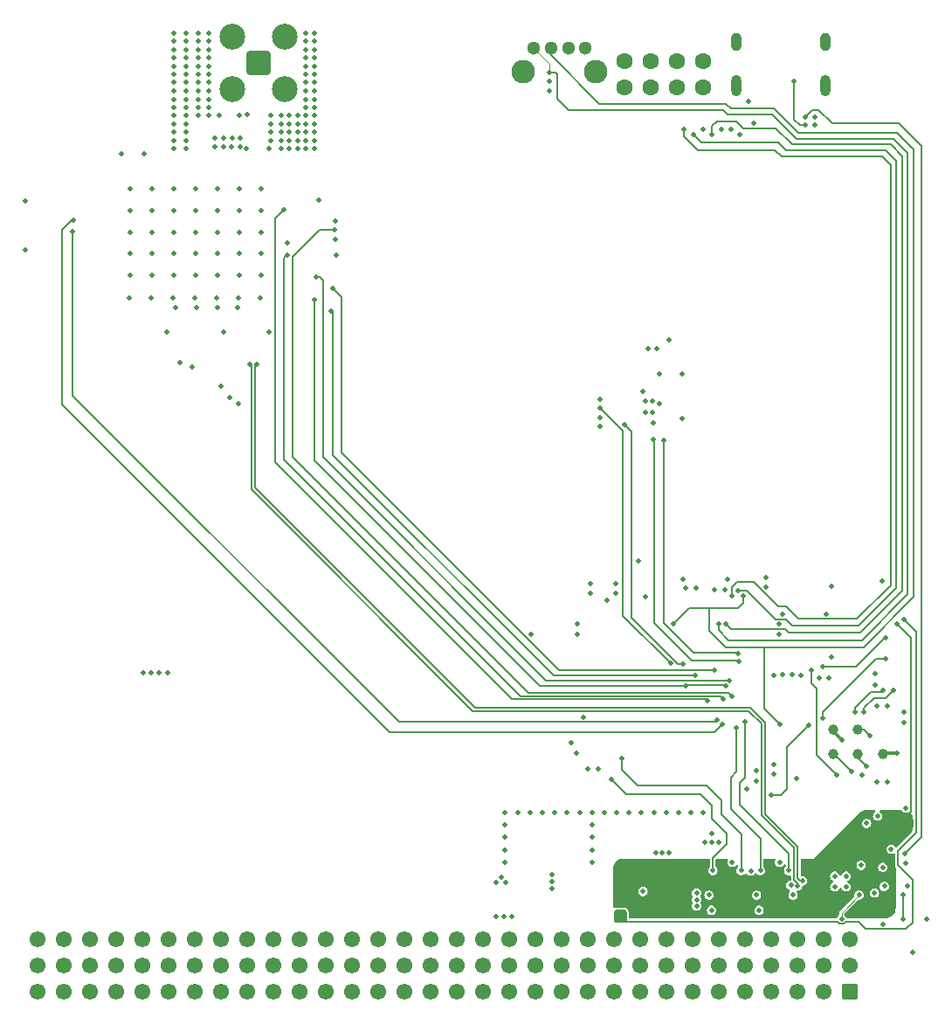
<source format=gbr>
%TF.GenerationSoftware,KiCad,Pcbnew,8.0.8-8.0.8-0~ubuntu22.04.1*%
%TF.CreationDate,2025-02-20T05:00:27+01:00*%
%TF.ProjectId,nav-module,6e61762d-6d6f-4647-956c-652e6b696361,1.0.0*%
%TF.SameCoordinates,Original*%
%TF.FileFunction,Copper,L4,Bot*%
%TF.FilePolarity,Positive*%
%FSLAX46Y46*%
G04 Gerber Fmt 4.6, Leading zero omitted, Abs format (unit mm)*
G04 Created by KiCad (PCBNEW 8.0.8-8.0.8-0~ubuntu22.04.1) date 2025-02-20 05:00:27*
%MOMM*%
%LPD*%
G01*
G04 APERTURE LIST*
G04 Aperture macros list*
%AMRoundRect*
0 Rectangle with rounded corners*
0 $1 Rounding radius*
0 $2 $3 $4 $5 $6 $7 $8 $9 X,Y pos of 4 corners*
0 Add a 4 corners polygon primitive as box body*
4,1,4,$2,$3,$4,$5,$6,$7,$8,$9,$2,$3,0*
0 Add four circle primitives for the rounded corners*
1,1,$1+$1,$2,$3*
1,1,$1+$1,$4,$5*
1,1,$1+$1,$6,$7*
1,1,$1+$1,$8,$9*
0 Add four rect primitives between the rounded corners*
20,1,$1+$1,$2,$3,$4,$5,0*
20,1,$1+$1,$4,$5,$6,$7,0*
20,1,$1+$1,$6,$7,$8,$9,0*
20,1,$1+$1,$8,$9,$2,$3,0*%
G04 Aperture macros list end*
%TA.AperFunction,ComponentPad*%
%ADD10C,1.600000*%
%TD*%
%TA.AperFunction,ComponentPad*%
%ADD11RoundRect,0.200100X-0.949900X-0.949900X0.949900X-0.949900X0.949900X0.949900X-0.949900X0.949900X0*%
%TD*%
%TA.AperFunction,ComponentPad*%
%ADD12C,2.500000*%
%TD*%
%TA.AperFunction,ComponentPad*%
%ADD13O,1.000000X2.100000*%
%TD*%
%TA.AperFunction,ComponentPad*%
%ADD14O,1.000000X1.800000*%
%TD*%
%TA.AperFunction,ComponentPad*%
%ADD15RoundRect,0.249999X0.525001X0.525001X-0.525001X0.525001X-0.525001X-0.525001X0.525001X-0.525001X0*%
%TD*%
%TA.AperFunction,ComponentPad*%
%ADD16C,1.550000*%
%TD*%
%TA.AperFunction,ComponentPad*%
%ADD17C,1.300000*%
%TD*%
%TA.AperFunction,ComponentPad*%
%ADD18C,2.286000*%
%TD*%
%TA.AperFunction,SMDPad,CuDef*%
%ADD19C,1.000000*%
%TD*%
%TA.AperFunction,ViaPad*%
%ADD20C,0.500000*%
%TD*%
%TA.AperFunction,Conductor*%
%ADD21C,0.300000*%
%TD*%
%TA.AperFunction,Conductor*%
%ADD22C,0.200000*%
%TD*%
%TA.AperFunction,Conductor*%
%ADD23C,0.150000*%
%TD*%
%TA.AperFunction,Conductor*%
%ADD24C,0.100000*%
%TD*%
%TA.AperFunction,Conductor*%
%ADD25C,0.180000*%
%TD*%
G04 APERTURE END LIST*
D10*
%TO.P,LED300,1*%
%TO.N,Net-(LED300-Pad1)*%
X67493600Y95500001D03*
%TO.P,LED300,2*%
%TO.N,GND*%
X70033600Y95500001D03*
%TO.P,LED300,3*%
%TO.N,Net-(LED300-Pad3)*%
X67493600Y92960001D03*
%TO.P,LED300,4*%
%TO.N,GND*%
X70033600Y92960001D03*
%TD*%
D11*
%TO.P,J400,1,In*%
%TO.N,/GPS-RTK/RF_IN*%
X31980000Y95270000D03*
D12*
%TO.P,J400,2,Ext*%
%TO.N,GND*%
X29440000Y97810000D03*
X29440000Y92730000D03*
X34520000Y97810000D03*
X34520000Y92730000D03*
%TD*%
D13*
%TO.P,J800,S1,SHIELD*%
%TO.N,Net-(J800-SHIELD)*%
X87000000Y93145001D03*
D14*
X87000000Y97325001D03*
D13*
X78360000Y93145001D03*
D14*
X78360000Y97325001D03*
%TD*%
D15*
%TO.P,J200,a1,a1*%
%TO.N,GND*%
X89370000Y5310001D03*
D16*
%TO.P,J200,a2,a2*%
%TO.N,/Backplane/BACKPLANE.D+*%
X86830000Y5310001D03*
%TO.P,J200,a3,a3*%
%TO.N,+5V_STDBY*%
X84290000Y5310001D03*
%TO.P,J200,a4,a4*%
%TO.N,GND*%
X81750000Y5310001D03*
%TO.P,J200,a5,a5*%
%TO.N,/Backplane/CAN1.+*%
X79210000Y5310001D03*
%TO.P,J200,a6,a6*%
%TO.N,/Backplane/CAN1.-*%
X76670000Y5310001D03*
%TO.P,J200,a7,a7*%
%TO.N,GND*%
X74130000Y5310001D03*
%TO.P,J200,a8,a8*%
%TO.N,/Backplane/CAN2.+*%
X71590000Y5310001D03*
%TO.P,J200,a9,a9*%
%TO.N,/Backplane/CAN2.-*%
X69050000Y5310001D03*
%TO.P,J200,a10,a10*%
%TO.N,GND*%
X66510000Y5310001D03*
%TO.P,J200,a11,a11*%
%TO.N,+12V*%
X63970000Y5310001D03*
%TO.P,J200,a12,a12*%
X61430000Y5310001D03*
%TO.P,J200,a13,a13*%
%TO.N,GND*%
X58890000Y5310001D03*
%TO.P,J200,a14,a14*%
%TO.N,+24V*%
X56350000Y5310001D03*
%TO.P,J200,a15,a15*%
%TO.N,GND*%
X53810000Y5310001D03*
%TO.P,J200,a16,a16*%
%TO.N,/Backplane/GPIOL0*%
X51270000Y5310001D03*
%TO.P,J200,a17,a17*%
%TO.N,/Backplane/GPIOL1*%
X48730000Y5310001D03*
%TO.P,J200,a18,a18*%
%TO.N,/Backplane/GPIOL2*%
X46190000Y5310001D03*
%TO.P,J200,a19,a19*%
%TO.N,/Backplane/GPIOL3*%
X43650000Y5310001D03*
%TO.P,J200,a20,a20*%
%TO.N,/Backplane/GPIOL4*%
X41110000Y5310001D03*
%TO.P,J200,a21,a21*%
%TO.N,/Backplane/GPIOL5*%
X38570000Y5310001D03*
%TO.P,J200,a22,a22*%
%TO.N,/Backplane/GPIOL6*%
X36030000Y5310001D03*
%TO.P,J200,a23,a23*%
%TO.N,/Backplane/GPIOL7*%
X33490000Y5310001D03*
%TO.P,J200,a24,a24*%
%TO.N,/Backplane/GPIOL8*%
X30950000Y5310001D03*
%TO.P,J200,a25,a25*%
%TO.N,/Backplane/GPIOL9*%
X28410000Y5310001D03*
%TO.P,J200,a26,a26*%
%TO.N,/Backplane/GPIOL10*%
X25870000Y5310001D03*
%TO.P,J200,a27,a27*%
%TO.N,/Backplane/GPIOL11*%
X23330000Y5310001D03*
%TO.P,J200,a28,a28*%
%TO.N,/Backplane/GPIOL12*%
X20790000Y5310001D03*
%TO.P,J200,a29,a29*%
%TO.N,/Backplane/GPIOL13*%
X18250000Y5310001D03*
%TO.P,J200,a30,a30*%
%TO.N,/Backplane/GPIOL14*%
X15710000Y5310001D03*
%TO.P,J200,a31,a31*%
%TO.N,/Backplane/GPIOL15*%
X13170000Y5310001D03*
%TO.P,J200,a32,a32*%
%TO.N,GND*%
X10630000Y5310001D03*
%TO.P,J200,b1,b1*%
X89370000Y7850001D03*
%TO.P,J200,b2,b2*%
X86830000Y7850001D03*
%TO.P,J200,b3,b3*%
%TO.N,+5V_STDBY*%
X84290000Y7850001D03*
%TO.P,J200,b4,b4*%
%TO.N,GND*%
X81750000Y7850001D03*
%TO.P,J200,b5,b5*%
%TO.N,/Backplane/CAN1.+*%
X79210000Y7850001D03*
%TO.P,J200,b6,b6*%
%TO.N,/Backplane/CAN1.-*%
X76670000Y7850001D03*
%TO.P,J200,b7,b7*%
%TO.N,GND*%
X74130000Y7850001D03*
%TO.P,J200,b8,b8*%
%TO.N,/Backplane/CAN2.+*%
X71590000Y7850001D03*
%TO.P,J200,b9,b9*%
%TO.N,/Backplane/CAN2.-*%
X69050000Y7850001D03*
%TO.P,J200,b10,b10*%
%TO.N,GND*%
X66510000Y7850001D03*
%TO.P,J200,b11,b11*%
%TO.N,+12V*%
X63970000Y7850001D03*
%TO.P,J200,b12,b12*%
X61430000Y7850001D03*
%TO.P,J200,b13,b13*%
%TO.N,GND*%
X58890000Y7850001D03*
%TO.P,J200,b14,b14*%
%TO.N,+24V*%
X56350000Y7850001D03*
%TO.P,J200,b15,b15*%
%TO.N,GND*%
X53810000Y7850001D03*
%TO.P,J200,b16,b16*%
%TO.N,/Backplane/GPIOC0*%
X51270000Y7850001D03*
%TO.P,J200,b17,b17*%
%TO.N,/Backplane/GPIOC1*%
X48730000Y7850001D03*
%TO.P,J200,b18,b18*%
%TO.N,/Backplane/GPIOC2*%
X46190000Y7850001D03*
%TO.P,J200,b19,b19*%
%TO.N,/Backplane/GPIOC3*%
X43650000Y7850001D03*
%TO.P,J200,b20,b20*%
%TO.N,/Backplane/GPIOC4*%
X41110000Y7850001D03*
%TO.P,J200,b21,b21*%
%TO.N,/Backplane/GPIOC5*%
X38570000Y7850001D03*
%TO.P,J200,b22,b22*%
%TO.N,/Backplane/GPIOC6*%
X36030000Y7850001D03*
%TO.P,J200,b23,b23*%
%TO.N,/Backplane/GPIOC7*%
X33490000Y7850001D03*
%TO.P,J200,b24,b24*%
%TO.N,/Backplane/GPIOC8*%
X30950000Y7850001D03*
%TO.P,J200,b25,b25*%
%TO.N,/Backplane/GPIOC9*%
X28410000Y7850001D03*
%TO.P,J200,b26,b26*%
%TO.N,/Backplane/GPIOC10*%
X25870000Y7850001D03*
%TO.P,J200,b27,b27*%
%TO.N,/Backplane/GPIOC11*%
X23330000Y7850001D03*
%TO.P,J200,b28,b28*%
%TO.N,/Backplane/GPIOC12*%
X20790000Y7850001D03*
%TO.P,J200,b29,b29*%
%TO.N,/Backplane/GPIOC13*%
X18250000Y7850001D03*
%TO.P,J200,b30,b30*%
%TO.N,/Backplane/GPIOC14*%
X15710000Y7850001D03*
%TO.P,J200,b31,b31*%
%TO.N,/Backplane/GPIOC15*%
X13170000Y7850001D03*
%TO.P,J200,b32,b32*%
%TO.N,GND*%
X10630000Y7850001D03*
%TO.P,J200,c1,c1*%
X89370000Y10390001D03*
%TO.P,J200,c2,c2*%
%TO.N,/Backplane/BACKPLANE.D-*%
X86830000Y10390001D03*
%TO.P,J200,c3,c3*%
%TO.N,+5V_STDBY*%
X84290000Y10390001D03*
%TO.P,J200,c4,c4*%
%TO.N,GND*%
X81750000Y10390001D03*
%TO.P,J200,c5,c5*%
%TO.N,/Backplane/CAN1.+*%
X79210000Y10390001D03*
%TO.P,J200,c6,c6*%
%TO.N,/Backplane/CAN1.-*%
X76670000Y10390001D03*
%TO.P,J200,c7,c7*%
%TO.N,GND*%
X74130000Y10390001D03*
%TO.P,J200,c8,c8*%
%TO.N,/Backplane/CAN2.+*%
X71590000Y10390001D03*
%TO.P,J200,c9,c9*%
%TO.N,/Backplane/CAN2.-*%
X69050000Y10390001D03*
%TO.P,J200,c10,c10*%
%TO.N,GND*%
X66510000Y10390001D03*
%TO.P,J200,c11,c11*%
%TO.N,+12V*%
X63970000Y10390001D03*
%TO.P,J200,c12,c12*%
X61430000Y10390001D03*
%TO.P,J200,c13,c13*%
%TO.N,GND*%
X58890000Y10390001D03*
%TO.P,J200,c14,c14*%
%TO.N,+24V*%
X56350000Y10390001D03*
%TO.P,J200,c15,c15*%
%TO.N,GND*%
X53810000Y10390001D03*
%TO.P,J200,c16,c16*%
%TO.N,/Backplane/GPIOR0*%
X51270000Y10390001D03*
%TO.P,J200,c17,c17*%
%TO.N,/Backplane/GPIOR1*%
X48730000Y10390001D03*
%TO.P,J200,c18,c18*%
%TO.N,/Backplane/GPIOR2*%
X46190000Y10390001D03*
%TO.P,J200,c19,c19*%
%TO.N,/Backplane/GPIOR3*%
X43650000Y10390001D03*
%TO.P,J200,c20,c20*%
%TO.N,/Backplane/GPIOR4*%
X41110000Y10390001D03*
%TO.P,J200,c21,c21*%
%TO.N,/Backplane/GPIOR5*%
X38570000Y10390001D03*
%TO.P,J200,c22,c22*%
%TO.N,/Backplane/GPIOR6*%
X36030000Y10390001D03*
%TO.P,J200,c23,c23*%
%TO.N,/Backplane/GPIOR7*%
X33490000Y10390001D03*
%TO.P,J200,c24,c24*%
%TO.N,/Backplane/GPIOR8*%
X30950000Y10390001D03*
%TO.P,J200,c25,c25*%
%TO.N,/Backplane/GPIOR9*%
X28410000Y10390001D03*
%TO.P,J200,c26,c26*%
%TO.N,/Backplane/GPIOR10*%
X25870000Y10390001D03*
%TO.P,J200,c27,c27*%
%TO.N,/Backplane/GPIOR11*%
X23330000Y10390001D03*
%TO.P,J200,c28,c28*%
%TO.N,/Backplane/GPIOR12*%
X20790000Y10390001D03*
%TO.P,J200,c29,c29*%
%TO.N,/Backplane/GPIOR13*%
X18250000Y10390001D03*
%TO.P,J200,c30,c30*%
%TO.N,/Backplane/GPIOR14*%
X15710000Y10390001D03*
%TO.P,J200,c31,c31*%
%TO.N,/Backplane/GPIOR15*%
X13170000Y10390001D03*
%TO.P,J200,c32,c32*%
%TO.N,GND*%
X10630000Y10390001D03*
%TD*%
D17*
%TO.P,SW400,1*%
%TO.N,GND*%
X63710000Y96710001D03*
%TO.P,SW400,2*%
X62080000Y96710001D03*
%TO.P,SW400,3*%
%TO.N,/MCU/SWD.~{RST}*%
X60340000Y96710001D03*
%TO.P,SW400,4*%
%TO.N,/MCU/USR_BUTTON*%
X58710000Y96710001D03*
D18*
%TO.P,SW400,5*%
%TO.N,N/C*%
X64710000Y94460001D03*
%TO.P,SW400,6*%
X57710000Y94460001D03*
%TD*%
D10*
%TO.P,LED301,1*%
%TO.N,Net-(LED301-Pad1)*%
X72543600Y95500001D03*
%TO.P,LED301,2*%
%TO.N,GND*%
X75083600Y95500001D03*
%TO.P,LED301,3*%
%TO.N,Net-(LED301-Pad3)*%
X72543600Y92960001D03*
%TO.P,LED301,4*%
%TO.N,GND*%
X75083600Y92960001D03*
%TD*%
D19*
%TO.P,TP704,1,1*%
%TO.N,/ST-LINK/DIO*%
X87730000Y28310001D03*
%TD*%
%TO.P,TP706,1,1*%
%TO.N,GND*%
X92530000Y28310001D03*
%TD*%
%TO.P,TP703,1,1*%
%TO.N,/ST-LINK/STLINK-BOOT0*%
X90130000Y30710000D03*
%TD*%
%TO.P,TP702,1,1*%
%TO.N,+3V3*%
X87730000Y30700000D03*
%TD*%
%TO.P,TP705,1,1*%
%TO.N,/ST-LINK/CLK*%
X90130000Y28310001D03*
%TD*%
D20*
%TO.N,+3V3*%
X75930000Y13210001D03*
X39460001Y78210000D03*
X60228400Y92600000D03*
X91980000Y25660001D03*
X81955000Y35960001D03*
X69800000Y67599999D03*
X70200000Y62499999D03*
X64955000Y26885001D03*
X81220000Y44520001D03*
X75980000Y19785001D03*
X92680000Y15510001D03*
X92430000Y45110001D03*
X92030000Y22310001D03*
X94580000Y32362501D03*
X75280000Y19785001D03*
X75980000Y20660001D03*
X62905000Y39935001D03*
X81980000Y26357501D03*
X69500000Y61399999D03*
X88530000Y29710001D03*
X82505000Y40935001D03*
X65830000Y43210001D03*
X70200001Y61400000D03*
X86330000Y35710001D03*
X91980000Y33010001D03*
X84630000Y35985001D03*
X26000000Y71600000D03*
X82855000Y41910001D03*
X76205000Y44235001D03*
X62330000Y29460001D03*
X24000000Y71600000D03*
X30000000Y71600000D03*
X69500000Y62500000D03*
X28000000Y71600000D03*
X80530000Y13210001D03*
X30100000Y62300000D03*
X39560000Y76710000D03*
X76655000Y19785001D03*
X73455000Y44410001D03*
X80255000Y26685001D03*
X75080000Y88910001D03*
X65100000Y60900000D03*
%TO.N,GND*%
X66680000Y43910001D03*
X26200000Y91770318D03*
X36600000Y94200000D03*
X30143330Y76810000D03*
X69555000Y43585001D03*
X27800000Y88000000D03*
X60228400Y93500000D03*
X25909998Y74710000D03*
X55930000Y20260001D03*
X35000000Y88600000D03*
X64330000Y22660001D03*
X66680000Y44810001D03*
X37398430Y89374479D03*
X24998430Y89374479D03*
X21641143Y72562846D03*
X90530000Y26323785D03*
X34200000Y90200000D03*
X21676666Y76810000D03*
X88980000Y16510001D03*
X65530000Y22660001D03*
X23800000Y94200000D03*
X29200000Y62900000D03*
X23160000Y69210000D03*
X70500720Y18763459D03*
X27200000Y91000000D03*
X36600000Y87000000D03*
X30143330Y81010000D03*
X95460000Y9140000D03*
X65100000Y60100000D03*
X87880000Y16510001D03*
X9400000Y81900000D03*
X21676666Y74710000D03*
X76880000Y88910001D03*
X55930000Y17860001D03*
X34200000Y87000000D03*
X30200000Y88000000D03*
X92980000Y25660001D03*
X26200000Y95000000D03*
X74480000Y14860001D03*
X35798430Y89374479D03*
X35800000Y87800000D03*
X20960000Y86510000D03*
X70330000Y22660001D03*
X23800000Y92600000D03*
X70900000Y62300000D03*
X57130000Y22660001D03*
X28600000Y88000000D03*
X37400000Y98200000D03*
X35000000Y87800000D03*
X90955000Y21610001D03*
X25909998Y78910000D03*
X66730000Y22660001D03*
X71150720Y18763459D03*
X37400000Y95800000D03*
X27991141Y72562846D03*
X36600000Y87800000D03*
X25000000Y87000000D03*
X25909998Y76810000D03*
X69280000Y15010001D03*
X32260000Y78910000D03*
X33198430Y89374479D03*
X70300000Y60400001D03*
X63480000Y31900000D03*
X73930000Y22660001D03*
X37400000Y92600000D03*
X19560000Y81010000D03*
X23800000Y97400000D03*
X36600000Y88600000D03*
X36600000Y95000000D03*
X64330000Y19060001D03*
X37400000Y87800000D03*
X36600000Y93400000D03*
X58330000Y22660001D03*
X23800000Y91770318D03*
X73050002Y60850001D03*
X28400000Y64000000D03*
X30143330Y83109999D03*
X75680000Y14660001D03*
X25000000Y96600000D03*
X81980000Y27357501D03*
X64205000Y44810001D03*
X28660000Y69210000D03*
X36600000Y90200000D03*
X32224477Y72562846D03*
X27200000Y91770318D03*
X77455000Y45260001D03*
X80255000Y25685001D03*
X68830000Y47035001D03*
X25000000Y92600000D03*
X22400000Y36200000D03*
X87005000Y41910001D03*
X35000000Y87000000D03*
X87530000Y37760001D03*
X91780000Y35060001D03*
X27200000Y95000000D03*
X73155000Y45260001D03*
X23793332Y81010000D03*
X28600000Y87200000D03*
X27200000Y93400000D03*
X58470000Y39940000D03*
X32260000Y83109999D03*
X23800000Y88600000D03*
X28200000Y90200000D03*
X34200000Y87800000D03*
X23798430Y89374479D03*
X37400000Y93400000D03*
X26200000Y92600000D03*
X74480000Y13610001D03*
X60730000Y22660001D03*
X55080000Y12610001D03*
X25000000Y95000000D03*
X26200000Y94200000D03*
X77205000Y44235001D03*
X88980000Y15460001D03*
X37400000Y87000000D03*
X25909998Y83109999D03*
X28026664Y81010000D03*
X26200000Y95800000D03*
X36600000Y92600000D03*
X37400000Y95000000D03*
X59530000Y22660001D03*
X79380000Y24960001D03*
X25000000Y91000000D03*
X94780000Y23110001D03*
X28026664Y74710000D03*
X23793332Y78910000D03*
X92530000Y17360001D03*
X87580000Y44560001D03*
X28026664Y76810000D03*
X30143330Y74710000D03*
X79730000Y17010001D03*
X35800000Y88600000D03*
X71800720Y18763459D03*
X36600000Y91000000D03*
X64205000Y43935001D03*
X27200000Y94200000D03*
X30200000Y87200000D03*
X37400000Y91770318D03*
X23200000Y36200000D03*
X64330000Y17860001D03*
X28026664Y78910000D03*
X35000000Y90200000D03*
X23800000Y87800000D03*
X82830000Y36010001D03*
X23800000Y91000000D03*
X64330000Y20260001D03*
X27200000Y92600000D03*
X37860000Y82010000D03*
X77780000Y88910001D03*
X91780000Y36160001D03*
X80040000Y89470000D03*
X30940000Y90290000D03*
X37400000Y91000000D03*
X93930000Y28460001D03*
X24400000Y66290000D03*
X78680000Y88360001D03*
X69130000Y22660001D03*
X29400000Y87200000D03*
X23800000Y98200000D03*
X94580000Y31362501D03*
X35800000Y90200000D03*
X29438824Y88025672D03*
X94730000Y17760001D03*
X94930000Y15510001D03*
X21676666Y78910000D03*
X37400000Y88600000D03*
X72730000Y22660001D03*
X19560000Y74710000D03*
X70600000Y67600000D03*
X71800001Y68500001D03*
X18760000Y86510000D03*
X25000000Y87800000D03*
X39460001Y80010000D03*
X26200000Y97400000D03*
X32260000Y81010000D03*
X36600000Y98200000D03*
X20800000Y36200000D03*
X23757809Y72562846D03*
X19560000Y76810000D03*
X23800000Y87000000D03*
X34198430Y89374479D03*
X25000000Y90200000D03*
X74455000Y44410001D03*
X32260000Y74710000D03*
X36598430Y89374479D03*
X34200000Y88600000D03*
X82530000Y17860001D03*
X26200000Y90200000D03*
X37400000Y96600000D03*
X25000000Y91770318D03*
X75130000Y22660001D03*
X25000000Y88600000D03*
X23800000Y95800000D03*
X26200000Y91000000D03*
X36600000Y96600000D03*
X34840000Y77830000D03*
X23793332Y76810000D03*
X30170000Y90260000D03*
X65100000Y62700000D03*
X23800000Y93400000D03*
X79480000Y91610001D03*
X32260000Y76810000D03*
X21600000Y36200000D03*
X63955000Y26885001D03*
X33200000Y90200000D03*
X30107807Y72562846D03*
X25560000Y65810000D03*
X25000000Y93400000D03*
X37400000Y94200000D03*
X37400000Y90200000D03*
X82505000Y39935001D03*
X73050001Y65149999D03*
X25000000Y98200000D03*
X77930000Y17860001D03*
X81220000Y45420001D03*
X83621074Y15604126D03*
X90430000Y17560001D03*
X35800000Y87000000D03*
X56583492Y12621713D03*
X87880000Y15460001D03*
X25000000Y97400000D03*
X27200000Y95800000D03*
X91730000Y14860001D03*
X36600000Y91770318D03*
X21676666Y83109999D03*
X25000000Y94200000D03*
X71530000Y22660001D03*
X33200000Y87800000D03*
X9410000Y77200000D03*
X61930000Y22660001D03*
X30860000Y87000000D03*
X19524477Y72562846D03*
X33200000Y88600000D03*
X60480000Y16613493D03*
X69258595Y63503513D03*
X27800000Y87200000D03*
X63130000Y22660001D03*
X36600000Y95800000D03*
X27200000Y96600000D03*
X26200000Y93400000D03*
X55930000Y19060001D03*
X67930000Y22660001D03*
X55830000Y12610001D03*
X60480000Y15313493D03*
X23800000Y95000000D03*
X27200000Y97400000D03*
X55930000Y21460001D03*
X23800000Y96600000D03*
X96780000Y12360001D03*
X62855000Y28435001D03*
X26200000Y96600000D03*
X87330000Y35710001D03*
X25000000Y95800000D03*
X62905000Y40935001D03*
X83830000Y14660001D03*
X27200000Y98200000D03*
X25909998Y81010000D03*
X70850001Y65149999D03*
X30143330Y78910000D03*
X33060000Y69210000D03*
X92580000Y11860001D03*
X33060000Y87000000D03*
X74480000Y14210001D03*
X23793332Y74710000D03*
X85980000Y89260001D03*
X85980000Y90060001D03*
X23800000Y90200000D03*
X36600000Y97400000D03*
X84180000Y25960001D03*
X27200000Y90200000D03*
X93330000Y19110001D03*
X21676666Y81010000D03*
X23793332Y83109999D03*
X60480000Y15963493D03*
X83730000Y36010001D03*
X28026664Y83109999D03*
X26200000Y98200000D03*
X64330000Y21460001D03*
X37400000Y97400000D03*
X55930000Y22660001D03*
X25874475Y72562846D03*
X34998430Y89374479D03*
X19560000Y78910000D03*
X92980000Y33010001D03*
X19560000Y83109999D03*
X80280000Y14660001D03*
%TO.N,+5V*%
X66755000Y14260001D03*
X94780000Y22210001D03*
X76930000Y17860001D03*
X67405000Y14960001D03*
X93930000Y40910001D03*
X91730000Y15760000D03*
X67405000Y14260001D03*
X86830000Y14260001D03*
X66755000Y14960001D03*
X81530000Y17860001D03*
%TO.N,/ST-LINK/LED*%
X85580000Y36485001D03*
X88030000Y26335001D03*
%TO.N,/ST-LINK/STLINK-BOOT0*%
X91305000Y30110001D03*
%TO.N,/ST-LINK/DIO*%
X89505000Y26610001D03*
%TO.N,/ST-LINK/CLK*%
X90980000Y27110001D03*
%TO.N,+12V_FUSED*%
X55081270Y15923942D03*
X94580000Y41360001D03*
X66755000Y12260001D03*
X66755000Y12960001D03*
X67405000Y12960001D03*
X56005000Y15910001D03*
X67405000Y12260001D03*
X55580000Y16410001D03*
%TO.N,/ST-LINK/STLINK_RX*%
X86730000Y31785001D03*
X92830000Y37560001D03*
%TO.N,/USB/VBUS_IN*%
X84980000Y90060001D03*
X94680000Y18660001D03*
%TO.N,/ST-LINK/STLINK_TX*%
X92830000Y39560001D03*
X86705000Y36835001D03*
%TO.N,/MCU/USR_BUTTON*%
X76605000Y40935001D03*
X60168600Y94385799D03*
%TO.N,/MCU/SWD.~{RST}*%
X72205001Y40910001D03*
X82530000Y31240001D03*
X79007238Y43640001D03*
%TO.N,Net-(U302-PGANG)*%
X90230000Y14660001D03*
X88530000Y12360001D03*
%TO.N,Net-(U700-PA5)*%
X85330000Y31110001D03*
X81684124Y24384124D03*
%TO.N,Net-(U700-PC13)*%
X90730000Y32360001D03*
X93530000Y34510001D03*
%TO.N,Net-(U700-PC14)*%
X89855000Y32360001D03*
X92580000Y34510001D03*
%TO.N,/CAN transceiver 1/CAN.TX*%
X83405000Y17035001D03*
X79180000Y31435001D03*
%TO.N,/CAN transceiver 1/CAN.RX*%
X78330000Y30910001D03*
X80655000Y17035001D03*
%TO.N,/CAN transceiver 2/CAN.TX*%
X78805000Y17035001D03*
X67205000Y27885001D03*
%TO.N,/CAN transceiver 2/CAN.RX*%
X66230000Y25860001D03*
X76055000Y17035001D03*
%TO.N,/USB/CC1*%
X83930000Y93560001D03*
X84980000Y89260001D03*
%TO.N,Net-(U801-~{OE})*%
X94480000Y14710001D03*
X94480000Y12360001D03*
%TO.N,/MCU/USER_LED_1*%
X74180000Y88360001D03*
X78480000Y44160001D03*
%TO.N,/MCU/USER_LED_2*%
X77930000Y43660001D03*
X73280000Y88910001D03*
%TO.N,/MCU/STATUS_LED*%
X75980000Y88360001D03*
X77305000Y40935001D03*
%TO.N,/USB-hub/USB_GPS_.D+*%
X31825000Y66060074D03*
X84729810Y16029810D03*
%TO.N,/USB-hub/USB_GPS_.D-*%
X84270190Y15570190D03*
X31175000Y66060074D03*
%TO.N,/GPS-RTK/GPS_SPI.CLK*%
X37600000Y74559999D03*
X77670000Y35480000D03*
%TO.N,/GPS-RTK/GPS_SPI.CS*%
X76190000Y36490000D03*
X39200000Y73459999D03*
%TO.N,/GPS-RTK/GPS_NRESET*%
X39380000Y79110000D03*
X77890000Y33935001D03*
%TO.N,/IMU/IMU_NRESET*%
X65140000Y61840000D03*
X71934124Y37124124D03*
%TO.N,/GPS-RTK/GPS_EXINTERUPT*%
X34510000Y81090000D03*
X75550000Y33465000D03*
%TO.N,/GPS-RTK/GPS_MODE_SELECT*%
X77060000Y33650000D03*
X34790000Y76710000D03*
%TO.N,/GPS-RTK/GPS_SPI.MISO*%
X74340000Y35960000D03*
X39075000Y71259999D03*
%TO.N,/GPS-RTK/GPS_GEOFENCE_STAT*%
X14100000Y80059998D03*
X76965000Y31185000D03*
%TO.N,/GPS-RTK/GPS_RTK_STAT*%
X76450000Y31620000D03*
X14000000Y78959999D03*
%TO.N,/IMU/IMU_I2C.SDA*%
X71300000Y58700000D03*
X78510000Y38110000D03*
%TO.N,/IMU/IMU_I2C.SCL*%
X78620000Y37320000D03*
X70310000Y58800000D03*
%TO.N,/IMU/IMU_EXINTERUPT*%
X67470000Y60250000D03*
X73160000Y37075000D03*
%TO.N,/GPS-RTK/GPS_SPI.MOSI*%
X77297248Y34947497D03*
X37400000Y72359999D03*
X73440000Y34920000D03*
%TD*%
D21*
%TO.N,+3V3*%
X88530000Y29710001D02*
X87730000Y30510001D01*
X87730000Y30510001D02*
X87730000Y30700000D01*
D22*
%TO.N,/ST-LINK/STLINK-BOOT0*%
X90130000Y30710000D02*
X90705001Y30710000D01*
X90705001Y30710000D02*
X91305000Y30110001D01*
D21*
%TO.N,GND*%
X92530000Y28310001D02*
X92680000Y28460001D01*
X92680000Y28460001D02*
X93930000Y28460001D01*
D23*
%TO.N,+5V*%
X93930000Y40910001D02*
X95280000Y39560001D01*
X95280000Y39560001D02*
X95280000Y22710001D01*
X95280000Y22710001D02*
X94780000Y22210001D01*
%TO.N,/ST-LINK/LED*%
X85580000Y35160001D02*
X86080000Y34660001D01*
X86080000Y28285001D02*
X88030000Y26335001D01*
X85580000Y36485001D02*
X85580000Y35160001D01*
X86080000Y34660001D02*
X86080000Y28285001D01*
%TO.N,/ST-LINK/DIO*%
X87805000Y28310001D02*
X87730000Y28310001D01*
X89505000Y26610001D02*
X87805000Y28310001D01*
D22*
%TO.N,/ST-LINK/CLK*%
X90130000Y28310001D02*
X90130000Y27960001D01*
X90130000Y27960001D02*
X90980000Y27110001D01*
D23*
%TO.N,+12V_FUSED*%
X88166541Y12051708D02*
X67613293Y12051708D01*
X94000000Y18930001D02*
X94000000Y17540001D01*
X95405000Y16135001D02*
X95405000Y15313249D01*
X94000000Y17540001D02*
X95405000Y16135001D01*
X95400000Y15308249D02*
X95400000Y12000000D01*
X95780000Y20710001D02*
X94000000Y18930001D01*
X66530000Y12260001D02*
X66755000Y12260001D01*
X95400000Y12000000D02*
X94785001Y11385001D01*
X88893459Y12051708D02*
X88726752Y11885001D01*
X88726752Y11885001D02*
X88333248Y11885001D01*
X94580000Y41360001D02*
X95780000Y40160001D01*
X95405000Y15313249D02*
X95400000Y15308249D01*
X95780000Y40160001D02*
X95780000Y20710001D01*
X88333248Y11885001D02*
X88166541Y12051708D01*
X90814999Y11385001D02*
X90148292Y12051708D01*
X94785001Y11385001D02*
X90814999Y11385001D01*
X90148292Y12051708D02*
X88893459Y12051708D01*
X67613293Y12051708D02*
X67405000Y12260001D01*
%TO.N,/ST-LINK/STLINK_RX*%
X91855000Y37560001D02*
X86730000Y32435001D01*
X86730000Y32435001D02*
X86730000Y31785001D01*
X92830000Y37560001D02*
X91855000Y37560001D01*
%TO.N,/USB/VBUS_IN*%
X85667500Y90747501D02*
X84980000Y90060001D01*
X94105000Y89435001D02*
X87630000Y89435001D01*
X96280000Y20260001D02*
X96280000Y87260001D01*
X94680000Y18660001D02*
X96280000Y20260001D01*
X96280000Y87260001D02*
X94105000Y89435001D01*
X86317500Y90747501D02*
X85667500Y90747501D01*
X87630000Y89435001D02*
X86317500Y90747501D01*
%TO.N,/ST-LINK/STLINK_TX*%
X92830000Y39560001D02*
X92680000Y39560001D01*
X89955000Y36835001D02*
X86705000Y36835001D01*
X92680000Y39560001D02*
X89955000Y36835001D01*
%TO.N,/MCU/USR_BUTTON*%
X61000000Y91800000D02*
X61000000Y94200000D01*
X94955000Y86560001D02*
X93580000Y87935001D01*
X94955000Y43785001D02*
X94955000Y86560001D01*
X81780000Y90335001D02*
X77480000Y90335001D01*
D24*
X60168600Y95251401D02*
X58710000Y96710001D01*
D23*
X61000000Y94200000D02*
X60814201Y94385799D01*
D24*
X60168600Y94385799D02*
X60168600Y95251401D01*
D23*
X62039999Y90760001D02*
X61000000Y91800000D01*
X93580000Y87935001D02*
X84180000Y87935001D01*
X84180000Y87935001D02*
X81780000Y90335001D01*
X76605000Y40335001D02*
X77580000Y39360001D01*
X77480000Y90335001D02*
X77055000Y90760001D01*
X77580000Y39360001D02*
X90530000Y39360001D01*
X60814201Y94385799D02*
X60168600Y94385799D01*
X90530000Y39360001D02*
X94955000Y43785001D01*
X76605000Y40935001D02*
X76605000Y40335001D01*
X77055000Y90760001D02*
X62039999Y90760001D01*
%TO.N,/MCU/SWD.~{RST}*%
X93930000Y88560001D02*
X95555000Y86935001D01*
X60340000Y96710001D02*
X60340000Y96025001D01*
X77330000Y38660001D02*
X75730000Y40260001D01*
X65005000Y91360001D02*
X77330000Y91360001D01*
X77780000Y90910001D02*
X82005000Y90910001D01*
X81050000Y32720001D02*
X82530000Y31240001D01*
X75730000Y42460001D02*
X73755001Y42460001D01*
X84355000Y88560001D02*
X93930000Y88560001D01*
X78460001Y42460001D02*
X75730000Y42460001D01*
X60340000Y96025001D02*
X65005000Y91360001D01*
X95555000Y43560001D02*
X90655000Y38660001D01*
X90655000Y38660001D02*
X81050000Y38660001D01*
X77330000Y91360001D02*
X77780000Y90910001D01*
X75730000Y40260001D02*
X75730000Y42460001D01*
X79007238Y43007238D02*
X78460001Y42460001D01*
X79007238Y43640001D02*
X79007238Y43007238D01*
X81050000Y38660001D02*
X77330000Y38660001D01*
X82005000Y90910001D02*
X84355000Y88560001D01*
X73755001Y42460001D02*
X72205001Y40910001D01*
X95555000Y86935001D02*
X95555000Y43560001D01*
X81050000Y38660001D02*
X81050000Y32720001D01*
D24*
%TO.N,Net-(U302-PGANG)*%
X88530000Y12960001D02*
X90230000Y14660001D01*
X88530000Y12360001D02*
X88530000Y12960001D01*
D23*
%TO.N,Net-(U700-PA5)*%
X82684124Y24384124D02*
X83230000Y24930000D01*
X83230000Y29010001D02*
X85330000Y31110001D01*
X83230000Y24930000D02*
X83230000Y29010001D01*
X81684124Y24384124D02*
X82684124Y24384124D01*
%TO.N,Net-(U700-PC13)*%
X90730000Y32785001D02*
X90730000Y32360001D01*
X93530000Y34510001D02*
X92780000Y33760001D01*
X92780000Y33760001D02*
X91705000Y33760001D01*
X91705000Y33760001D02*
X90730000Y32785001D01*
%TO.N,Net-(U700-PC14)*%
X92430000Y34360001D02*
X91355736Y34360001D01*
X89855000Y32859265D02*
X89855000Y32360001D01*
X92580000Y34510001D02*
X92430000Y34360001D01*
X91355736Y34360001D02*
X89855000Y32859265D01*
%TO.N,/CAN transceiver 1/CAN.TX*%
X83405000Y18685001D02*
X83405000Y17035001D01*
X79180000Y26060001D02*
X78630000Y25510001D01*
X78630000Y23460001D02*
X83405000Y18685001D01*
X78630000Y25510001D02*
X78630000Y23460001D01*
X79180000Y31435001D02*
X79180000Y26060001D01*
%TO.N,/CAN transceiver 1/CAN.RX*%
X77780000Y26060001D02*
X77780000Y22960001D01*
X78330000Y26610001D02*
X77780000Y26060001D01*
X77780000Y22960001D02*
X80655000Y20085001D01*
X78330000Y30910001D02*
X78330000Y26610001D01*
X80655000Y20085001D02*
X80655000Y17035001D01*
%TO.N,/CAN transceiver 2/CAN.TX*%
X76880000Y23860001D02*
X75480000Y25260001D01*
X68730000Y25260001D02*
X67205000Y26785001D01*
X78805000Y17035001D02*
X78805000Y20585001D01*
X76880000Y22510001D02*
X76880000Y23860001D01*
X78805000Y20585001D02*
X76880000Y22510001D01*
X67205000Y26785001D02*
X67205000Y27885001D01*
X75480000Y25260001D02*
X68730000Y25260001D01*
%TO.N,/CAN transceiver 2/CAN.RX*%
X67680000Y24410001D02*
X66230000Y25860001D01*
X76055000Y18235001D02*
X77430000Y19610001D01*
X77430000Y19610001D02*
X77430000Y20610001D01*
X74880000Y24410001D02*
X67680000Y24410001D01*
X75980000Y22060001D02*
X75980000Y23310001D01*
X75980000Y23310001D02*
X74880000Y24410001D01*
X76055000Y17035001D02*
X76055000Y18235001D01*
X77430000Y20610001D02*
X75980000Y22060001D01*
%TO.N,/USB/CC1*%
X84480000Y89260001D02*
X83930000Y89810001D01*
X83930000Y89810001D02*
X83930000Y93560001D01*
X84980000Y89260001D02*
X84480000Y89260001D01*
%TO.N,Net-(U801-~{OE})*%
X94480000Y12360001D02*
X94480000Y14710001D01*
%TO.N,/MCU/USER_LED_1*%
X79380000Y44160001D02*
X78480000Y44160001D01*
X82130000Y41410001D02*
X79380000Y44160001D01*
X90180000Y40760001D02*
X83780000Y40760001D01*
X82379999Y87560001D02*
X83129999Y86810001D01*
X83130000Y41410001D02*
X82130000Y41410001D01*
X83129999Y86810001D02*
X92830000Y86810001D01*
X74180000Y88360001D02*
X74980000Y87560001D01*
X92830000Y86810001D02*
X93855000Y85785001D01*
X83780000Y40760001D02*
X83130000Y41410001D01*
X93855000Y44435001D02*
X90180000Y40760001D01*
X74980000Y87560001D02*
X82379999Y87560001D01*
X93855000Y85785001D02*
X93855000Y44435001D01*
%TO.N,/MCU/USER_LED_2*%
X73280000Y88185001D02*
X73280000Y88910001D01*
X82059999Y86860001D02*
X74605000Y86860001D01*
X82389999Y42610001D02*
X83130000Y42610001D01*
X80000000Y45000000D02*
X82389999Y42610001D01*
X83130000Y42610001D02*
X84305000Y41435001D01*
X93280000Y44685001D02*
X93280000Y85360001D01*
X77930000Y43660001D02*
X77930000Y44532501D01*
X84305000Y41435001D02*
X90030000Y41435001D01*
X92430000Y86210001D02*
X82709999Y86210001D01*
X82709999Y86210001D02*
X82059999Y86860001D01*
X90030000Y41435001D02*
X93280000Y44685001D01*
X93280000Y85360001D02*
X92430000Y86210001D01*
X77930000Y44532501D02*
X78397499Y45000000D01*
X78397499Y45000000D02*
X80000000Y45000000D01*
X74605000Y86860001D02*
X73280000Y88185001D01*
%TO.N,/MCU/STATUS_LED*%
X90330000Y40060001D02*
X83430000Y40060001D01*
X83705000Y87410001D02*
X93280000Y87410001D01*
X76430000Y89635001D02*
X78305000Y89635001D01*
X79000001Y88940000D02*
X82175001Y88940000D01*
X78305000Y89635001D02*
X79000001Y88940000D01*
X83055000Y40435001D02*
X77805000Y40435001D01*
X75980000Y89185001D02*
X76430000Y89635001D01*
X94430000Y86260001D02*
X94430000Y44160001D01*
X93280000Y87410001D02*
X94430000Y86260001D01*
X77805000Y40435001D02*
X77305000Y40935001D01*
X82175001Y88940000D02*
X83705000Y87410001D01*
X83430000Y40060001D02*
X83055000Y40435001D01*
X75980000Y88360001D02*
X75980000Y89185001D01*
X94430000Y44160001D02*
X90330000Y40060001D01*
D25*
%TO.N,/USB-hub/USB_GPS_.D+*%
X31700000Y54166690D02*
X31700000Y65935074D01*
X81100000Y22533346D02*
X81100000Y31400000D01*
X84729810Y16029810D02*
X84503536Y16029810D01*
X79650000Y32850000D02*
X53016690Y32850000D01*
X84503536Y16029810D02*
X84265000Y16268346D01*
X84265000Y16268346D02*
X84265000Y19368346D01*
X81100000Y31400000D02*
X79650000Y32850000D01*
X53016690Y32850000D02*
X31700000Y54166690D01*
X31700000Y65935074D02*
X31825000Y66060074D01*
X84265000Y19368346D02*
X81100000Y22533346D01*
%TO.N,/USB-hub/USB_GPS_.D-*%
X84270190Y15796464D02*
X83935000Y16131654D01*
X80770000Y22396654D02*
X80770000Y31263310D01*
X31300000Y54000000D02*
X31300000Y65935074D01*
X80770000Y31263310D02*
X79513310Y32520000D01*
X79513310Y32520000D02*
X52780000Y32520000D01*
X31300000Y65935074D02*
X31175000Y66060074D01*
X83935000Y16131654D02*
X83935000Y19231654D01*
X84270190Y15570190D02*
X84270190Y15796464D01*
X52780000Y32520000D02*
X31300000Y54000000D01*
X83935000Y19231654D02*
X80770000Y22396654D01*
D23*
%TO.N,/GPS-RTK/GPS_SPI.CLK*%
X77665000Y35485000D02*
X59895000Y35485000D01*
X38300000Y74200000D02*
X37940001Y74559999D01*
X77670000Y35480000D02*
X77665000Y35485000D01*
X38300000Y57080000D02*
X38300000Y74200000D01*
X37940001Y74559999D02*
X37600000Y74559999D01*
X59895000Y35485000D02*
X38300000Y57080000D01*
%TO.N,/GPS-RTK/GPS_SPI.CS*%
X76190000Y36490000D02*
X76180000Y36480000D01*
X61100000Y36480000D02*
X40030000Y57550000D01*
X40030000Y72630000D02*
X39200001Y73459999D01*
X39200001Y73459999D02*
X39200000Y73459999D01*
X40030000Y57550000D02*
X40030000Y72630000D01*
X76180000Y36480000D02*
X61100000Y36480000D01*
%TO.N,/GPS-RTK/GPS_NRESET*%
X35320000Y76490000D02*
X37940000Y79110000D01*
X77890000Y33935001D02*
X77585001Y34240000D01*
X35320000Y57098528D02*
X35320000Y76490000D01*
X77585001Y34240000D02*
X58178528Y34240000D01*
X58178528Y34240000D02*
X35320000Y57098528D01*
X37940000Y79110000D02*
X39380000Y79110000D01*
%TO.N,/IMU/IMU_NRESET*%
X65140000Y61840000D02*
X67350000Y59630000D01*
X67350000Y59630000D02*
X67350000Y41740000D01*
X67350000Y41740000D02*
X71934124Y37155876D01*
X71934124Y37155876D02*
X71934124Y37124124D01*
%TO.N,/GPS-RTK/GPS_EXINTERUPT*%
X56590000Y33640000D02*
X33630000Y56600000D01*
X75375000Y33640000D02*
X56590000Y33640000D01*
X75550000Y33465000D02*
X75375000Y33640000D01*
X33630000Y80210000D02*
X34510000Y81090000D01*
X33630000Y56600000D02*
X33630000Y80210000D01*
%TO.N,/GPS-RTK/GPS_MODE_SELECT*%
X34480000Y76400000D02*
X34790000Y76710000D01*
X34480000Y56850000D02*
X34480000Y76400000D01*
X76770000Y33940000D02*
X57390000Y33940000D01*
X77060000Y33650000D02*
X76770000Y33940000D01*
X57390000Y33940000D02*
X34480000Y56850000D01*
%TO.N,/GPS-RTK/GPS_SPI.MISO*%
X74340000Y35960000D02*
X60600000Y35960000D01*
X39240000Y71094999D02*
X39075000Y71259999D01*
X60600000Y35960000D02*
X39240000Y57320000D01*
X39240000Y57320000D02*
X39240000Y71094999D01*
%TO.N,/GPS-RTK/GPS_GEOFENCE_STAT*%
X13000000Y62188248D02*
X13000000Y79129999D01*
X13000000Y79129999D02*
X13929999Y80059998D01*
X76965000Y31185000D02*
X76250000Y30470000D01*
X76250000Y30470000D02*
X44718248Y30470000D01*
X44718248Y30470000D02*
X13000000Y62188248D01*
X13929999Y80059998D02*
X14100000Y80059998D01*
%TO.N,/GPS-RTK/GPS_RTK_STAT*%
X76255000Y31425000D02*
X76450000Y31620000D01*
X14000000Y63040000D02*
X45615000Y31425000D01*
X14000000Y78959999D02*
X14000000Y63040000D01*
X45615000Y31425000D02*
X76255000Y31425000D01*
%TO.N,/IMU/IMU_I2C.SDA*%
X71310000Y41006625D02*
X74136625Y38180000D01*
X74136625Y38180000D02*
X78440000Y38180000D01*
X71300000Y58700000D02*
X71310000Y58690000D01*
X71310000Y58690000D02*
X71310000Y41006625D01*
X78440000Y38180000D02*
X78510000Y38110000D01*
%TO.N,/IMU/IMU_I2C.SCL*%
X70330000Y41060000D02*
X70330000Y58780000D01*
X70330000Y58780000D02*
X70310000Y58800000D01*
X78570000Y37370000D02*
X74020000Y37370000D01*
X74020000Y37370000D02*
X70330000Y41060000D01*
X78620000Y37320000D02*
X78570000Y37370000D01*
%TO.N,/IMU/IMU_EXINTERUPT*%
X72655000Y37075000D02*
X68150000Y41580000D01*
X73160000Y37075000D02*
X72655000Y37075000D01*
X68150000Y41580000D02*
X68150000Y59570000D01*
X68150000Y59570000D02*
X67470000Y60250000D01*
%TO.N,/GPS-RTK/GPS_SPI.MOSI*%
X77264745Y34980000D02*
X77297248Y34947497D01*
X73410000Y34950000D02*
X59260000Y34950000D01*
X73500000Y34980000D02*
X77264745Y34980000D01*
X37440000Y72319999D02*
X37400000Y72359999D01*
X73440000Y34920000D02*
X73500000Y34980000D01*
X59260000Y34950000D02*
X37440000Y56770000D01*
X37440000Y56770000D02*
X37440000Y72319999D01*
X73440000Y34920000D02*
X73410000Y34950000D01*
%TD*%
%TA.AperFunction,Conductor*%
%TO.N,+12V_FUSED*%
G36*
X67421971Y13257620D02*
G01*
X67500618Y13241977D01*
X67545308Y13223466D01*
X67601626Y13185835D01*
X67635833Y13151628D01*
X67673462Y13095313D01*
X67691976Y13050614D01*
X67707617Y12971982D01*
X67710000Y12947791D01*
X67710000Y12272212D01*
X67707617Y12248021D01*
X67691976Y12169389D01*
X67673462Y12124690D01*
X67635836Y12068378D01*
X67601623Y12034165D01*
X67545311Y11996539D01*
X67500612Y11978025D01*
X67421980Y11962384D01*
X67397789Y11960001D01*
X66772211Y11960001D01*
X66748020Y11962384D01*
X66669387Y11978025D01*
X66624689Y11996539D01*
X66568373Y12034168D01*
X66534166Y12068375D01*
X66496535Y12124693D01*
X66478024Y12169383D01*
X66462381Y12248030D01*
X66460000Y12272212D01*
X66460000Y12947791D01*
X66462381Y12971972D01*
X66478025Y13050622D01*
X66496534Y13095308D01*
X66534168Y13151631D01*
X66568370Y13185833D01*
X66624693Y13223467D01*
X66669379Y13241976D01*
X66748028Y13257620D01*
X66772211Y13260001D01*
X67397789Y13260001D01*
X67421971Y13257620D01*
G37*
%TD.AperFunction*%
%TD*%
%TA.AperFunction,Conductor*%
%TO.N,+5V*%
G36*
X91775080Y22890316D02*
G01*
X91820835Y22837512D01*
X91830779Y22768354D01*
X91801754Y22704798D01*
X91775080Y22681685D01*
X91731950Y22653968D01*
X91647118Y22556064D01*
X91647117Y22556063D01*
X91593302Y22438227D01*
X91574867Y22310001D01*
X91593302Y22181776D01*
X91596800Y22174117D01*
X91647118Y22063938D01*
X91731951Y21966034D01*
X91840931Y21895997D01*
X91965225Y21859502D01*
X91965227Y21859501D01*
X91965228Y21859501D01*
X92094773Y21859501D01*
X92094773Y21859502D01*
X92219069Y21895997D01*
X92328049Y21966034D01*
X92412882Y22063938D01*
X92466697Y22181775D01*
X92485133Y22310001D01*
X92466697Y22438227D01*
X92412882Y22556064D01*
X92328049Y22653968D01*
X92284919Y22681686D01*
X92239165Y22734489D01*
X92229221Y22803648D01*
X92258246Y22867203D01*
X92317024Y22904978D01*
X92351959Y22910001D01*
X94300575Y22910001D01*
X94367614Y22890316D01*
X94394289Y22867203D01*
X94397117Y22863939D01*
X94397118Y22863938D01*
X94481951Y22766034D01*
X94590931Y22695997D01*
X94715225Y22659502D01*
X94715227Y22659501D01*
X94715228Y22659501D01*
X94844773Y22659501D01*
X94844773Y22659502D01*
X94923745Y22682689D01*
X94969063Y22695995D01*
X94969064Y22695996D01*
X94969069Y22695997D01*
X94969072Y22696000D01*
X94977016Y22699627D01*
X95046174Y22709574D01*
X95107196Y22682689D01*
X95108420Y22681685D01*
X95177666Y22624856D01*
X95194854Y22607668D01*
X95303722Y22475012D01*
X95317227Y22454800D01*
X95398121Y22303458D01*
X95407424Y22281000D01*
X95457240Y22116777D01*
X95461982Y22092936D01*
X95479403Y21916063D01*
X95480000Y21903909D01*
X95480000Y21330308D01*
X95479403Y21318154D01*
X95461982Y21141280D01*
X95457240Y21117439D01*
X95407424Y20953216D01*
X95398121Y20930758D01*
X95317227Y20779416D01*
X95303722Y20759204D01*
X95190969Y20621815D01*
X95182797Y20612799D01*
X94072897Y19502900D01*
X94072887Y19502889D01*
X93846634Y19276636D01*
X93823598Y19271409D01*
X93757919Y19295243D01*
X93718549Y19343655D01*
X93712882Y19356064D01*
X93628049Y19453968D01*
X93519069Y19524005D01*
X93519065Y19524007D01*
X93519064Y19524007D01*
X93394774Y19560501D01*
X93394772Y19560501D01*
X93265228Y19560501D01*
X93265226Y19560501D01*
X93140935Y19524007D01*
X93140932Y19524006D01*
X93140931Y19524005D01*
X93108091Y19502900D01*
X93031950Y19453968D01*
X92947118Y19356064D01*
X92947117Y19356063D01*
X92893302Y19238227D01*
X92874867Y19110001D01*
X92893302Y18981776D01*
X92934446Y18891685D01*
X92947118Y18863938D01*
X93031951Y18766034D01*
X93140931Y18695997D01*
X93265225Y18659502D01*
X93265227Y18659501D01*
X93265228Y18659501D01*
X93394773Y18659501D01*
X93394773Y18659502D01*
X93449081Y18675448D01*
X93519064Y18695995D01*
X93519065Y18695996D01*
X93519069Y18695997D01*
X93533463Y18705248D01*
X93600500Y18724931D01*
X93667540Y18705246D01*
X93713294Y18652442D01*
X93724500Y18600931D01*
X93724500Y17485201D01*
X93755856Y17409501D01*
X93757666Y17405133D01*
X93757665Y17405133D01*
X93770560Y17374003D01*
X93780000Y17326549D01*
X93780000Y13416094D01*
X93779403Y13403940D01*
X93761982Y13227067D01*
X93757240Y13203226D01*
X93707424Y13039003D01*
X93698121Y13016545D01*
X93617227Y12865203D01*
X93603722Y12844991D01*
X93494854Y12712335D01*
X93477666Y12695147D01*
X93345010Y12586279D01*
X93324798Y12572774D01*
X93173456Y12491880D01*
X93150998Y12482577D01*
X92986775Y12432761D01*
X92962934Y12428019D01*
X92786061Y12410598D01*
X92773907Y12410001D01*
X89082111Y12410001D01*
X89015072Y12429686D01*
X88969317Y12482489D01*
X88965028Y12491880D01*
X88912882Y12606064D01*
X88828049Y12703968D01*
X88828048Y12703969D01*
X88828047Y12703970D01*
X88823296Y12708087D01*
X88785523Y12766865D01*
X88780500Y12801799D01*
X88780500Y12804879D01*
X88800185Y12871918D01*
X88816814Y12892555D01*
X90097441Y14173183D01*
X90158764Y14206667D01*
X90185122Y14209501D01*
X90294773Y14209501D01*
X90294773Y14209502D01*
X90419069Y14245997D01*
X90528049Y14316034D01*
X90612882Y14413938D01*
X90666697Y14531775D01*
X90685133Y14660001D01*
X90666697Y14788227D01*
X90633919Y14860001D01*
X91274867Y14860001D01*
X91293302Y14731776D01*
X91303247Y14710001D01*
X91347118Y14613938D01*
X91400235Y14552637D01*
X91430811Y14517349D01*
X91431951Y14516034D01*
X91540931Y14445997D01*
X91650117Y14413938D01*
X91665225Y14409502D01*
X91665227Y14409501D01*
X91665228Y14409501D01*
X91794773Y14409501D01*
X91794773Y14409502D01*
X91919069Y14445997D01*
X92028049Y14516034D01*
X92112882Y14613938D01*
X92166697Y14731775D01*
X92185133Y14860001D01*
X92166697Y14988227D01*
X92155454Y15012845D01*
X92113407Y15104915D01*
X92111431Y15118655D01*
X92090085Y15132373D01*
X92028049Y15203968D01*
X91919069Y15274005D01*
X91919065Y15274007D01*
X91919064Y15274007D01*
X91794774Y15310501D01*
X91794772Y15310501D01*
X91665228Y15310501D01*
X91665226Y15310501D01*
X91540935Y15274007D01*
X91540932Y15274006D01*
X91540931Y15274005D01*
X91497944Y15246379D01*
X91431950Y15203968D01*
X91347118Y15106064D01*
X91347117Y15106063D01*
X91293302Y14988227D01*
X91274867Y14860001D01*
X90633919Y14860001D01*
X90612882Y14906064D01*
X90528049Y15003968D01*
X90419069Y15074005D01*
X90419065Y15074007D01*
X90419064Y15074007D01*
X90294774Y15110501D01*
X90294772Y15110501D01*
X90165228Y15110501D01*
X90165226Y15110501D01*
X90040935Y15074007D01*
X90040932Y15074006D01*
X90040931Y15074005D01*
X89997350Y15045997D01*
X89931950Y15003968D01*
X89847118Y14906064D01*
X89847117Y14906063D01*
X89793302Y14788227D01*
X89774867Y14660001D01*
X89774867Y14659999D01*
X89778713Y14633246D01*
X89768769Y14564088D01*
X89743656Y14527920D01*
X88388103Y13172365D01*
X88317637Y13101900D01*
X88317636Y13101899D01*
X88279500Y13009831D01*
X88279500Y12801799D01*
X88259815Y12734760D01*
X88236704Y12708087D01*
X88231952Y12703970D01*
X88147118Y12606064D01*
X88147117Y12606063D01*
X88138082Y12586279D01*
X88094972Y12491880D01*
X88090683Y12482489D01*
X88044928Y12429686D01*
X87977889Y12410001D01*
X68039500Y12410001D01*
X67972461Y12429686D01*
X67926706Y12482490D01*
X67915500Y12534001D01*
X67915500Y12947780D01*
X67915500Y12947791D01*
X67914510Y12967937D01*
X67912127Y12992128D01*
X67909168Y13012073D01*
X67893527Y13090705D01*
X67881835Y13129252D01*
X67881831Y13129261D01*
X67863323Y13173946D01*
X67863321Y13173951D01*
X67844328Y13209484D01*
X67806699Y13265799D01*
X67781143Y13296938D01*
X67746936Y13331145D01*
X67715797Y13356701D01*
X67715784Y13356710D01*
X67659497Y13394321D01*
X67659483Y13394329D01*
X67659479Y13394332D01*
X67654655Y13396911D01*
X67623960Y13413319D01*
X67623946Y13413325D01*
X67615693Y13416744D01*
X67579267Y13431832D01*
X67579264Y13431833D01*
X67579259Y13431835D01*
X67560532Y13437516D01*
X67540709Y13443529D01*
X67462062Y13459172D01*
X67442126Y13462129D01*
X67442094Y13462133D01*
X67417948Y13464510D01*
X67417917Y13464513D01*
X67407698Y13465015D01*
X67397789Y13465501D01*
X66772211Y13465501D01*
X66760704Y13464936D01*
X66752066Y13464512D01*
X66727909Y13462133D01*
X66727896Y13462132D01*
X66727892Y13462131D01*
X66727886Y13462131D01*
X66727861Y13462127D01*
X66707929Y13459171D01*
X66707921Y13459170D01*
X66629307Y13443533D01*
X66629295Y13443530D01*
X66590742Y13431835D01*
X66590734Y13431832D01*
X66551450Y13415561D01*
X66481980Y13408094D01*
X66419502Y13439370D01*
X66383851Y13499460D01*
X66380000Y13530123D01*
X66380000Y15010001D01*
X68824867Y15010001D01*
X68843302Y14881776D01*
X68853247Y14860001D01*
X68897118Y14763938D01*
X68981951Y14666034D01*
X69090931Y14595997D01*
X69199606Y14564088D01*
X69215225Y14559502D01*
X69215227Y14559501D01*
X69215228Y14559501D01*
X69344773Y14559501D01*
X69344773Y14559502D01*
X69469069Y14595997D01*
X69578049Y14666034D01*
X69662882Y14763938D01*
X69706753Y14860001D01*
X74024867Y14860001D01*
X74043302Y14731776D01*
X74097117Y14613940D01*
X74101913Y14606477D01*
X74100123Y14605327D01*
X74124180Y14552637D01*
X74114231Y14483480D01*
X74101554Y14463756D01*
X74101913Y14463525D01*
X74097117Y14456063D01*
X74043302Y14338227D01*
X74024867Y14210001D01*
X74043302Y14081776D01*
X74098225Y13961513D01*
X74108169Y13892354D01*
X74098225Y13858489D01*
X74043302Y13738227D01*
X74024867Y13610001D01*
X74043302Y13481776D01*
X74066111Y13431832D01*
X74097118Y13363938D01*
X74181951Y13266034D01*
X74290931Y13195997D01*
X74415225Y13159502D01*
X74415227Y13159501D01*
X74415228Y13159501D01*
X74544773Y13159501D01*
X74544773Y13159502D01*
X74669069Y13195997D01*
X74690860Y13210001D01*
X75474867Y13210001D01*
X75493302Y13081776D01*
X75534254Y12992105D01*
X75547118Y12963938D01*
X75620624Y12879106D01*
X75626852Y12871918D01*
X75631951Y12866034D01*
X75740931Y12795997D01*
X75840148Y12766865D01*
X75865225Y12759502D01*
X75865227Y12759501D01*
X75865228Y12759501D01*
X75994773Y12759501D01*
X75994773Y12759502D01*
X76119069Y12795997D01*
X76228049Y12866034D01*
X76312882Y12963938D01*
X76366697Y13081775D01*
X76385133Y13210001D01*
X80074867Y13210001D01*
X80093302Y13081776D01*
X80134254Y12992105D01*
X80147118Y12963938D01*
X80220624Y12879106D01*
X80226852Y12871918D01*
X80231951Y12866034D01*
X80340931Y12795997D01*
X80440148Y12766865D01*
X80465225Y12759502D01*
X80465227Y12759501D01*
X80465228Y12759501D01*
X80594773Y12759501D01*
X80594773Y12759502D01*
X80719069Y12795997D01*
X80828049Y12866034D01*
X80912882Y12963938D01*
X80966697Y13081775D01*
X80985133Y13210001D01*
X80966697Y13338227D01*
X80912882Y13456064D01*
X80828049Y13553968D01*
X80719069Y13624005D01*
X80719065Y13624007D01*
X80719064Y13624007D01*
X80594774Y13660501D01*
X80594772Y13660501D01*
X80465228Y13660501D01*
X80465226Y13660501D01*
X80340935Y13624007D01*
X80340932Y13624006D01*
X80340931Y13624005D01*
X80289677Y13591067D01*
X80231950Y13553968D01*
X80147118Y13456064D01*
X80147117Y13456063D01*
X80093302Y13338227D01*
X80074867Y13210001D01*
X76385133Y13210001D01*
X76366697Y13338227D01*
X76312882Y13456064D01*
X76228049Y13553968D01*
X76119069Y13624005D01*
X76119065Y13624007D01*
X76119064Y13624007D01*
X75994774Y13660501D01*
X75994772Y13660501D01*
X75865228Y13660501D01*
X75865226Y13660501D01*
X75740935Y13624007D01*
X75740932Y13624006D01*
X75740931Y13624005D01*
X75689677Y13591067D01*
X75631950Y13553968D01*
X75547118Y13456064D01*
X75547117Y13456063D01*
X75493302Y13338227D01*
X75474867Y13210001D01*
X74690860Y13210001D01*
X74778049Y13266034D01*
X74862882Y13363938D01*
X74916697Y13481775D01*
X74935133Y13610001D01*
X74916697Y13738227D01*
X74862882Y13856064D01*
X74862880Y13856066D01*
X74861774Y13858489D01*
X74851830Y13927647D01*
X74861774Y13961513D01*
X74862880Y13963937D01*
X74862882Y13963938D01*
X74916697Y14081775D01*
X74935133Y14210001D01*
X74916697Y14338227D01*
X74862882Y14456064D01*
X74862879Y14456067D01*
X74858087Y14463525D01*
X74859877Y14464676D01*
X74835821Y14517349D01*
X74845762Y14586508D01*
X74858446Y14606247D01*
X74858087Y14606477D01*
X74862877Y14613933D01*
X74862882Y14613938D01*
X74883919Y14660001D01*
X75224867Y14660001D01*
X75243302Y14531776D01*
X75274472Y14463525D01*
X75297118Y14413938D01*
X75381951Y14316034D01*
X75490931Y14245997D01*
X75615225Y14209502D01*
X75615227Y14209501D01*
X75615228Y14209501D01*
X75744773Y14209501D01*
X75744773Y14209502D01*
X75869069Y14245997D01*
X75978049Y14316034D01*
X76062882Y14413938D01*
X76116697Y14531775D01*
X76135133Y14660001D01*
X79824867Y14660001D01*
X79843302Y14531776D01*
X79874472Y14463525D01*
X79897118Y14413938D01*
X79981951Y14316034D01*
X80090931Y14245997D01*
X80215225Y14209502D01*
X80215227Y14209501D01*
X80215228Y14209501D01*
X80344773Y14209501D01*
X80344773Y14209502D01*
X80469069Y14245997D01*
X80578049Y14316034D01*
X80662882Y14413938D01*
X80716697Y14531775D01*
X80735133Y14660001D01*
X80716697Y14788227D01*
X80662882Y14906064D01*
X80578049Y15003968D01*
X80469069Y15074005D01*
X80469065Y15074007D01*
X80469064Y15074007D01*
X80344774Y15110501D01*
X80344772Y15110501D01*
X80215228Y15110501D01*
X80215226Y15110501D01*
X80090935Y15074007D01*
X80090932Y15074006D01*
X80090931Y15074005D01*
X80047350Y15045997D01*
X79981950Y15003968D01*
X79897118Y14906064D01*
X79897117Y14906063D01*
X79843302Y14788227D01*
X79824867Y14660001D01*
X76135133Y14660001D01*
X76116697Y14788227D01*
X76062882Y14906064D01*
X75978049Y15003968D01*
X75869069Y15074005D01*
X75869065Y15074007D01*
X75869064Y15074007D01*
X75744774Y15110501D01*
X75744772Y15110501D01*
X75615228Y15110501D01*
X75615226Y15110501D01*
X75490935Y15074007D01*
X75490932Y15074006D01*
X75490931Y15074005D01*
X75447350Y15045997D01*
X75381950Y15003968D01*
X75297118Y14906064D01*
X75297117Y14906063D01*
X75243302Y14788227D01*
X75224867Y14660001D01*
X74883919Y14660001D01*
X74916697Y14731775D01*
X74935133Y14860001D01*
X74916697Y14988227D01*
X74862882Y15106064D01*
X74778049Y15203968D01*
X74669069Y15274005D01*
X74669065Y15274007D01*
X74669064Y15274007D01*
X74544774Y15310501D01*
X74544772Y15310501D01*
X74415228Y15310501D01*
X74415226Y15310501D01*
X74290935Y15274007D01*
X74290932Y15274006D01*
X74290931Y15274005D01*
X74247944Y15246379D01*
X74181950Y15203968D01*
X74097118Y15106064D01*
X74097117Y15106063D01*
X74043302Y14988227D01*
X74024867Y14860001D01*
X69706753Y14860001D01*
X69716697Y14881775D01*
X69735133Y15010001D01*
X69716697Y15138227D01*
X69662882Y15256064D01*
X69578049Y15353968D01*
X69469069Y15424005D01*
X69469065Y15424007D01*
X69469064Y15424007D01*
X69344774Y15460501D01*
X69344772Y15460501D01*
X69215228Y15460501D01*
X69215226Y15460501D01*
X69090935Y15424007D01*
X69090932Y15424006D01*
X69090931Y15424005D01*
X69061947Y15405378D01*
X68981950Y15353968D01*
X68897118Y15256064D01*
X68897117Y15256063D01*
X68843302Y15138227D01*
X68824867Y15010001D01*
X66380000Y15010001D01*
X66380000Y17203909D01*
X66380597Y17216063D01*
X66391479Y17326549D01*
X66398018Y17392945D01*
X66402757Y17416769D01*
X66452577Y17581007D01*
X66461875Y17603452D01*
X66542775Y17754806D01*
X66556272Y17775006D01*
X66665149Y17907673D01*
X66682328Y17924852D01*
X66814995Y18033729D01*
X66835195Y18047226D01*
X66986549Y18128126D01*
X67008994Y18137424D01*
X67173232Y18187244D01*
X67197056Y18191983D01*
X67373939Y18209404D01*
X67386093Y18210001D01*
X75655500Y18210001D01*
X75722539Y18190316D01*
X75768294Y18137512D01*
X75779500Y18086001D01*
X75779500Y17451241D01*
X75759815Y17384202D01*
X75749214Y17370039D01*
X75672118Y17281064D01*
X75672117Y17281063D01*
X75618302Y17163227D01*
X75599867Y17035001D01*
X75618302Y16906776D01*
X75672117Y16788940D01*
X75672118Y16788938D01*
X75756951Y16691034D01*
X75865931Y16620997D01*
X75990225Y16584502D01*
X75990227Y16584501D01*
X75990228Y16584501D01*
X76119773Y16584501D01*
X76119773Y16584502D01*
X76244069Y16620997D01*
X76353049Y16691034D01*
X76437882Y16788938D01*
X76491697Y16906775D01*
X76510133Y17035001D01*
X76491697Y17163227D01*
X76437882Y17281064D01*
X76360786Y17370039D01*
X76331762Y17433595D01*
X76330500Y17451241D01*
X76330500Y18069524D01*
X76350185Y18136563D01*
X76366819Y18157205D01*
X76383296Y18173682D01*
X76444619Y18207167D01*
X76470977Y18210001D01*
X77401636Y18210001D01*
X77468675Y18190316D01*
X77514430Y18137512D01*
X77524374Y18068354D01*
X77514431Y18034490D01*
X77493302Y17988225D01*
X77474867Y17860001D01*
X77493302Y17731776D01*
X77530443Y17650450D01*
X77547118Y17613938D01*
X77631951Y17516034D01*
X77740931Y17445997D01*
X77865225Y17409502D01*
X77865227Y17409501D01*
X77865228Y17409501D01*
X77994773Y17409501D01*
X77994773Y17409502D01*
X78119069Y17445997D01*
X78228049Y17516034D01*
X78311787Y17612676D01*
X78370564Y17650449D01*
X78440433Y17650450D01*
X78499212Y17612676D01*
X78528238Y17549121D01*
X78529500Y17531472D01*
X78529500Y17451241D01*
X78509815Y17384202D01*
X78499214Y17370039D01*
X78422118Y17281064D01*
X78422117Y17281063D01*
X78368302Y17163227D01*
X78349867Y17035001D01*
X78368302Y16906776D01*
X78422117Y16788940D01*
X78422118Y16788938D01*
X78506951Y16691034D01*
X78615931Y16620997D01*
X78740225Y16584502D01*
X78740227Y16584501D01*
X78740228Y16584501D01*
X78869773Y16584501D01*
X78869773Y16584502D01*
X78994069Y16620997D01*
X79103049Y16691034D01*
X79162956Y16760173D01*
X79221731Y16797945D01*
X79291600Y16797947D01*
X79350380Y16760174D01*
X79431951Y16666034D01*
X79540931Y16595997D01*
X79580738Y16584309D01*
X79665225Y16559502D01*
X79665227Y16559501D01*
X79665228Y16559501D01*
X79794773Y16559501D01*
X79794773Y16559502D01*
X79919069Y16595997D01*
X80028049Y16666034D01*
X80109617Y16760171D01*
X80168395Y16797946D01*
X80238264Y16797947D01*
X80297042Y16760174D01*
X80356951Y16691034D01*
X80465931Y16620997D01*
X80590225Y16584502D01*
X80590227Y16584501D01*
X80590228Y16584501D01*
X80719773Y16584501D01*
X80719773Y16584502D01*
X80844069Y16620997D01*
X80953049Y16691034D01*
X81037882Y16788938D01*
X81091697Y16906775D01*
X81110133Y17035001D01*
X81091697Y17163227D01*
X81037882Y17281064D01*
X80960786Y17370039D01*
X80931762Y17433595D01*
X80930500Y17451241D01*
X80930500Y18086001D01*
X80950185Y18153040D01*
X81002989Y18198795D01*
X81054500Y18210001D01*
X82001636Y18210001D01*
X82068675Y18190316D01*
X82114430Y18137512D01*
X82124374Y18068354D01*
X82114431Y18034490D01*
X82093302Y17988225D01*
X82074867Y17860001D01*
X82093302Y17731776D01*
X82130443Y17650450D01*
X82147118Y17613938D01*
X82231951Y17516034D01*
X82340931Y17445997D01*
X82465225Y17409502D01*
X82465227Y17409501D01*
X82465228Y17409501D01*
X82594773Y17409501D01*
X82594773Y17409502D01*
X82719069Y17445997D01*
X82828049Y17516034D01*
X82911787Y17612676D01*
X82970564Y17650449D01*
X83040433Y17650450D01*
X83099212Y17612676D01*
X83128238Y17549121D01*
X83129500Y17531472D01*
X83129500Y17451241D01*
X83109815Y17384202D01*
X83099214Y17370039D01*
X83022118Y17281064D01*
X83022117Y17281063D01*
X82968302Y17163227D01*
X82949867Y17035001D01*
X82968302Y16906776D01*
X83022117Y16788940D01*
X83022118Y16788938D01*
X83106951Y16691034D01*
X83215931Y16620997D01*
X83340225Y16584502D01*
X83340227Y16584501D01*
X83340228Y16584501D01*
X83469772Y16584501D01*
X83485565Y16589138D01*
X83555435Y16589138D01*
X83614213Y16551364D01*
X83643238Y16487808D01*
X83644500Y16470161D01*
X83644500Y16173349D01*
X83624815Y16106310D01*
X83572011Y16060555D01*
X83555434Y16054372D01*
X83432009Y16018133D01*
X83323024Y15948093D01*
X83238192Y15850189D01*
X83238191Y15850188D01*
X83184376Y15732352D01*
X83165941Y15604126D01*
X83184376Y15475901D01*
X83227363Y15381775D01*
X83238192Y15358063D01*
X83279404Y15310501D01*
X83319750Y15263938D01*
X83323025Y15260159D01*
X83432005Y15190122D01*
X83455131Y15183332D01*
X83513910Y15145559D01*
X83542936Y15082004D01*
X83532994Y15012845D01*
X83513913Y14983153D01*
X83447120Y14906069D01*
X83447117Y14906063D01*
X83393302Y14788227D01*
X83374867Y14660001D01*
X83393302Y14531776D01*
X83424472Y14463525D01*
X83447118Y14413938D01*
X83531951Y14316034D01*
X83640931Y14245997D01*
X83765225Y14209502D01*
X83765227Y14209501D01*
X83765228Y14209501D01*
X83894773Y14209501D01*
X83894773Y14209502D01*
X84019069Y14245997D01*
X84128049Y14316034D01*
X84212882Y14413938D01*
X84266697Y14531775D01*
X84285133Y14660001D01*
X84266697Y14788227D01*
X84212882Y14906064D01*
X84205583Y14914487D01*
X84176558Y14978042D01*
X84186501Y15047200D01*
X84232256Y15100005D01*
X84299295Y15119690D01*
X84334963Y15119690D01*
X84334963Y15119691D01*
X84459259Y15156186D01*
X84568239Y15226223D01*
X84653072Y15324127D01*
X84706887Y15441964D01*
X84712298Y15479601D01*
X84741322Y15543156D01*
X84800097Y15580930D01*
X84918879Y15615806D01*
X85027859Y15685843D01*
X85112692Y15783747D01*
X85166507Y15901584D01*
X85184943Y16029810D01*
X85166507Y16158036D01*
X85112692Y16275873D01*
X85027859Y16373777D01*
X84918879Y16443814D01*
X84918875Y16443816D01*
X84918874Y16443816D01*
X84794584Y16480310D01*
X84794582Y16480310D01*
X84679500Y16480310D01*
X84612461Y16499995D01*
X84603791Y16510001D01*
X87424867Y16510001D01*
X87443302Y16381776D01*
X87491667Y16275873D01*
X87497118Y16263938D01*
X87581951Y16166034D01*
X87690931Y16095997D01*
X87690933Y16095997D01*
X87698392Y16091203D01*
X87697036Y16089095D01*
X87739802Y16052033D01*
X87759482Y15984992D01*
X87739793Y15917954D01*
X87697037Y15880907D01*
X87698392Y15878799D01*
X87690933Y15874006D01*
X87690931Y15874005D01*
X87653871Y15850188D01*
X87581950Y15803968D01*
X87497118Y15706064D01*
X87497117Y15706063D01*
X87443302Y15588227D01*
X87424867Y15460001D01*
X87443302Y15331776D01*
X87497117Y15213940D01*
X87497118Y15213938D01*
X87581951Y15116034D01*
X87690931Y15045997D01*
X87815225Y15009502D01*
X87815227Y15009501D01*
X87815228Y15009501D01*
X87944773Y15009501D01*
X87944773Y15009502D01*
X88069069Y15045997D01*
X88178049Y15116034D01*
X88262882Y15213938D01*
X88316697Y15331775D01*
X88316697Y15331776D01*
X88317206Y15332890D01*
X88362961Y15385694D01*
X88430000Y15405378D01*
X88497040Y15385693D01*
X88542794Y15332890D01*
X88543302Y15331776D01*
X88543303Y15331775D01*
X88597118Y15213938D01*
X88681951Y15116034D01*
X88790931Y15045997D01*
X88915225Y15009502D01*
X88915227Y15009501D01*
X88915228Y15009501D01*
X89044773Y15009501D01*
X89044773Y15009502D01*
X89169069Y15045997D01*
X89278049Y15116034D01*
X89362882Y15213938D01*
X89416697Y15331775D01*
X89435133Y15460001D01*
X89427944Y15510001D01*
X92224867Y15510001D01*
X92243302Y15381775D01*
X92243303Y15381774D01*
X92296592Y15265087D01*
X92298567Y15251349D01*
X92319913Y15237631D01*
X92381951Y15166034D01*
X92490931Y15095997D01*
X92538588Y15082004D01*
X92615225Y15059502D01*
X92615227Y15059501D01*
X92615228Y15059501D01*
X92744773Y15059501D01*
X92744773Y15059502D01*
X92869069Y15095997D01*
X92978049Y15166034D01*
X93062882Y15263938D01*
X93116697Y15381775D01*
X93135133Y15510001D01*
X93116697Y15638227D01*
X93062882Y15756064D01*
X92978049Y15853968D01*
X92869069Y15924005D01*
X92869065Y15924007D01*
X92869064Y15924007D01*
X92744774Y15960501D01*
X92744772Y15960501D01*
X92615228Y15960501D01*
X92615226Y15960501D01*
X92490935Y15924007D01*
X92490932Y15924006D01*
X92490931Y15924005D01*
X92456045Y15901585D01*
X92381950Y15853968D01*
X92297118Y15756064D01*
X92297117Y15756063D01*
X92243302Y15638227D01*
X92224867Y15510001D01*
X89427944Y15510001D01*
X89416697Y15588227D01*
X89362882Y15706064D01*
X89278049Y15803968D01*
X89169069Y15874005D01*
X89169066Y15874006D01*
X89161608Y15878799D01*
X89162963Y15880909D01*
X89120203Y15917959D01*
X89100517Y15984998D01*
X89120200Y16052038D01*
X89162963Y16089095D01*
X89161608Y16091203D01*
X89169066Y16095997D01*
X89169069Y16095997D01*
X89278049Y16166034D01*
X89362882Y16263938D01*
X89416697Y16381775D01*
X89435133Y16510001D01*
X89416697Y16638227D01*
X89362882Y16756064D01*
X89278049Y16853968D01*
X89169069Y16924005D01*
X89169065Y16924007D01*
X89169064Y16924007D01*
X89044774Y16960501D01*
X89044772Y16960501D01*
X88915228Y16960501D01*
X88915226Y16960501D01*
X88790935Y16924007D01*
X88790932Y16924006D01*
X88790931Y16924005D01*
X88764121Y16906775D01*
X88681950Y16853968D01*
X88597118Y16756064D01*
X88597117Y16756063D01*
X88542794Y16637113D01*
X88497039Y16584309D01*
X88429999Y16564625D01*
X88362960Y16584310D01*
X88317206Y16637113D01*
X88298130Y16678882D01*
X88262882Y16756064D01*
X88178049Y16853968D01*
X88069069Y16924005D01*
X88069065Y16924007D01*
X88069064Y16924007D01*
X87944774Y16960501D01*
X87944772Y16960501D01*
X87815228Y16960501D01*
X87815226Y16960501D01*
X87690935Y16924007D01*
X87690932Y16924006D01*
X87690931Y16924005D01*
X87664121Y16906775D01*
X87581950Y16853968D01*
X87497118Y16756064D01*
X87497117Y16756063D01*
X87443302Y16638227D01*
X87424867Y16510001D01*
X84603791Y16510001D01*
X84566706Y16552799D01*
X84555500Y16604310D01*
X84555500Y17560001D01*
X89974867Y17560001D01*
X89993302Y17431776D01*
X90028837Y17353967D01*
X90047118Y17313938D01*
X90131951Y17216034D01*
X90240931Y17145997D01*
X90350117Y17113938D01*
X90365225Y17109502D01*
X90365227Y17109501D01*
X90365228Y17109501D01*
X90494773Y17109501D01*
X90494773Y17109502D01*
X90619069Y17145997D01*
X90728049Y17216034D01*
X90812882Y17313938D01*
X90833919Y17360001D01*
X92074867Y17360001D01*
X92093302Y17231776D01*
X92106029Y17203909D01*
X92147118Y17113938D01*
X92231951Y17016034D01*
X92340931Y16945997D01*
X92415824Y16924007D01*
X92465225Y16909502D01*
X92465227Y16909501D01*
X92465228Y16909501D01*
X92594773Y16909501D01*
X92594773Y16909502D01*
X92719069Y16945997D01*
X92828049Y17016034D01*
X92912882Y17113938D01*
X92966697Y17231775D01*
X92985133Y17360001D01*
X92966697Y17488227D01*
X92912882Y17606064D01*
X92828049Y17703968D01*
X92719069Y17774005D01*
X92719065Y17774007D01*
X92719064Y17774007D01*
X92594774Y17810501D01*
X92594772Y17810501D01*
X92465228Y17810501D01*
X92465226Y17810501D01*
X92340935Y17774007D01*
X92340932Y17774006D01*
X92340931Y17774005D01*
X92312291Y17755599D01*
X92231950Y17703968D01*
X92147118Y17606064D01*
X92147117Y17606063D01*
X92093302Y17488227D01*
X92074867Y17360001D01*
X90833919Y17360001D01*
X90866697Y17431775D01*
X90885133Y17560001D01*
X90866697Y17688227D01*
X90812882Y17806064D01*
X90728049Y17903968D01*
X90619069Y17974005D01*
X90619065Y17974007D01*
X90619064Y17974007D01*
X90494774Y18010501D01*
X90494772Y18010501D01*
X90365228Y18010501D01*
X90365226Y18010501D01*
X90240935Y17974007D01*
X90240932Y17974006D01*
X90240931Y17974005D01*
X90189677Y17941067D01*
X90131950Y17903968D01*
X90047118Y17806064D01*
X90047117Y17806063D01*
X89993302Y17688227D01*
X89974867Y17560001D01*
X84555500Y17560001D01*
X84555500Y18086001D01*
X84575185Y18153040D01*
X84627989Y18198795D01*
X84679500Y18210001D01*
X85415783Y18210001D01*
X85415786Y18210001D01*
X85830000Y18210001D01*
X89229999Y21610001D01*
X90499867Y21610001D01*
X90518302Y21481776D01*
X90572117Y21363940D01*
X90572118Y21363938D01*
X90656951Y21266034D01*
X90765931Y21195997D01*
X90890225Y21159502D01*
X90890227Y21159501D01*
X90890228Y21159501D01*
X91019773Y21159501D01*
X91019773Y21159502D01*
X91144069Y21195997D01*
X91253049Y21266034D01*
X91337882Y21363938D01*
X91391697Y21481775D01*
X91410133Y21610001D01*
X91391697Y21738227D01*
X91337882Y21856064D01*
X91253049Y21953968D01*
X91144069Y22024005D01*
X91144065Y22024007D01*
X91144064Y22024007D01*
X91019774Y22060501D01*
X91019772Y22060501D01*
X90890228Y22060501D01*
X90890226Y22060501D01*
X90765935Y22024007D01*
X90765932Y22024006D01*
X90765931Y22024005D01*
X90714677Y21991067D01*
X90656950Y21953968D01*
X90572118Y21856064D01*
X90572117Y21856063D01*
X90518302Y21738227D01*
X90499867Y21610001D01*
X89229999Y21610001D01*
X90232807Y22612809D01*
X90241802Y22620962D01*
X90379208Y22733729D01*
X90399408Y22747226D01*
X90550762Y22828126D01*
X90573207Y22837424D01*
X90737445Y22887244D01*
X90761269Y22891983D01*
X90938153Y22909404D01*
X90950307Y22910001D01*
X91708041Y22910001D01*
X91775080Y22890316D01*
G37*
%TD.AperFunction*%
%TD*%
M02*

</source>
